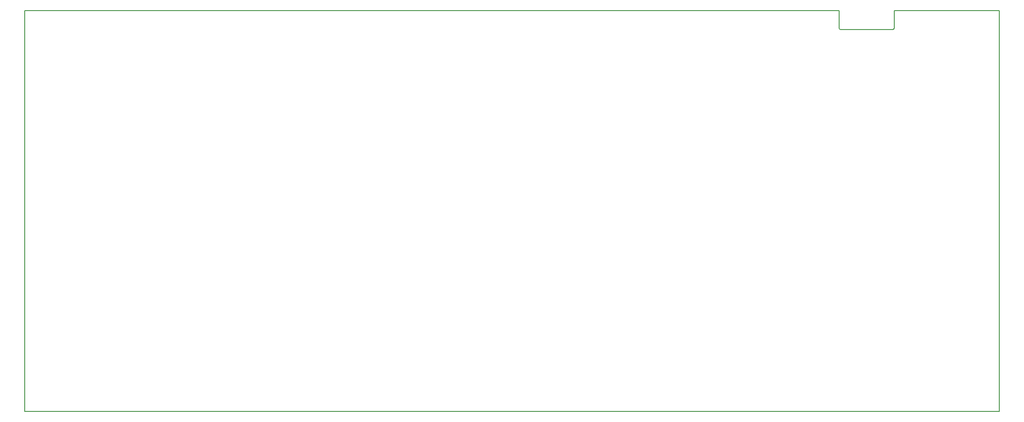
<source format=gko>
G04*
G04 #@! TF.GenerationSoftware,Altium Limited,Altium Designer,21.5.1 (32)*
G04*
G04 Layer_Color=16711935*
%FSLAX25Y25*%
%MOIN*%
G70*
G04*
G04 #@! TF.SameCoordinates,54AFFEB1-3E94-4089-A03D-164D74B6EA14*
G04*
G04*
G04 #@! TF.FilePolarity,Positive*
G04*
G01*
G75*
%ADD160C,0.00591*%
D160*
X-120965Y-13261D02*
X-120676Y-13957D01*
X-119980Y-14246D01*
X-80236Y-14173D02*
X-79540Y-13885D01*
X-79252Y-13189D01*
X-79232Y-13170D02*
Y-0D01*
X-119980Y-14246D02*
X-80309D01*
X-120965Y-13261D02*
Y-0D01*
X-736221D02*
X-120965D01*
X-79232D02*
X-0D01*
Y-303150D02*
Y-0D01*
X-736221Y-303150D02*
X-0D01*
X-736221D02*
Y-0D01*
M02*

</source>
